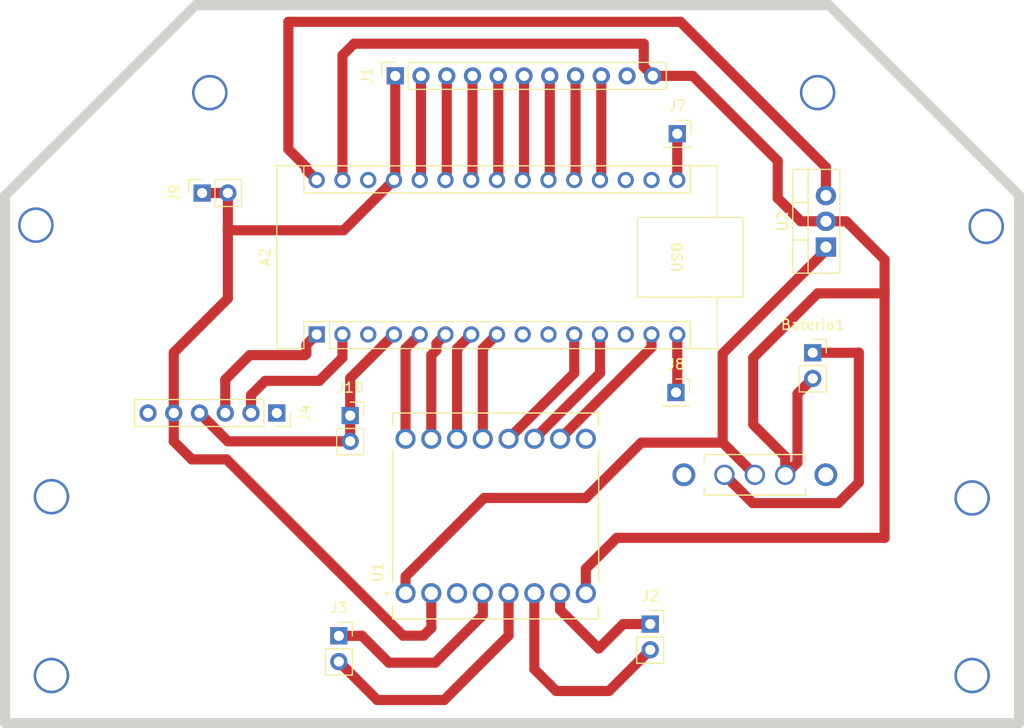
<source format=kicad_pcb>
(kicad_pcb (version 20240108) (generator "pcbnew") (generator_version "8.0")
  (layers (0 "F.Cu" signal) (31 "B.Cu" signal) (34 "B.Paste" user) (35 "F.Paste" user) (36 "B.SilkS" user "B.Silkscreen") (37 "F.SilkS" user "F.Silkscreen") (38 "B.Mask" user) (39 "F.Mask" user) (44 "Edge.Cuts" user))
  (net 0 "")
  (net 3 "Net-(A2-D12)")
  (net 4 "Net-(A2-A1)")
  (net 5 "Net-(A2-A4)")
  (net 7 "Bateria Arduino")
  (net 8 "Net-(A2-A0)")
  (net 9 "Net-(A2-A7)")
  (net 10 "Net-(A2-A6)")
  (net 11 "Net-(A2-A3)")
  (net 12 "Net-(A2-A5)")
  (net 14 "Net-(A2-D13)")
  (net 16 "Net-(A2-D9)")
  (net 18 "Net-(A2-A2)")
  (net 20 "Alimentação sensores")
  (net 21 "Net-(Bateria1-+)")
  (net 22 "Net-(A2-D8)")
  (net 25 "Net-(A2-D3)")
  (net 26 "Net-(A2-D4)")
  (net 27 "Net-(A2-D5)")
  (net 28 "Net-(A2-D2)")
  (net 29 "Net-(A2-D11)")
  (net 30 "GND")
  (net 31 "Net-(J3--)")
  (net 32 "Net-(J2-+)")
  (net 33 "Net-(J2--)")
  (net 34 "Net-(J3-+)")
  (net 35 "Net-(A2-D1{slash}TX)")
  (net 36 "Net-(A2-D0{slash}RX)")
  (net 40 "Net-(U1-VM)")
  (footprint "ROB_14450:MODULE_ROB-14450" (layer "F.Cu") (at 159.766 134.62 90)
    (property "Reference" "U1" (at -5.5332 -11.6132 270) (layer "F.SilkS"))
    (property "Value" "ROB-14450")
    (fp_line (start 8.89 -10.16) (end 10.16 -10.16) (stroke (width 0.127)) (layer "F.SilkS"))
    (fp_line (start -6.5 -10.16) (end 6.5 -10.16) (stroke (width 0.127)) (layer "F.SilkS"))
    (fp_line (start -8.89 -10.16) (end -10.16 -10.16) (stroke (width 0.127)) (layer "F.SilkS"))
    (fp_line (start -10.16 -10.16) (end -10.16 10.16) (stroke (width 0.127)) (layer "F.SilkS"))
    (fp_line (start 10.16 10.16) (end 10.16 -10.16) (stroke (width 0.127)) (layer "F.SilkS"))
    (fp_line (start 8.89 10.16) (end 10.16 10.16) (stroke (width 0.127)) (layer "F.SilkS"))
    (fp_line (start -6.5 10.16) (end 6.5 10.16) (stroke (width 0.127)) (layer "F.SilkS"))
    (fp_line (start -8.89 10.16) (end -10.16 10.16) (stroke (width 0.127)) (layer "F.SilkS"))
    (fp_circle (center -7.62 -10.7282) (end -7.52 -10.7282) (stroke (width 0.2)) (fill none) (layer "F.SilkS"))
    (pad "1" thru_hole circle (at -7.62 -8.89 90) (size 1.98 1.98) (drill 1.32) (layers "*.Cu" "*.Mask") (net 40 "Net-(U1-VM)"))
    (pad "2" thru_hole circle (at -7.62 -6.35 90) (size 1.98 1.98) (drill 1.32) (layers "*.Cu" "*.Mask") (net 20 "Alimentação sensores"))
    (pad "3" thru_hole circle (at -7.62 -3.81 90) (size 1.98 1.98) (drill 1.32) (layers "*.Cu" "*.Mask"))
    (pad "4" thru_hole circle (at -7.62 -1.27 90) (size 1.98 1.98) (drill 1.32) (layers "*.Cu" "*.Mask") (net 34 "Net-(J3-+)"))
    (pad "5" thru_hole circle (at -7.62 1.27 90) (size 1.98 1.98) (drill 1.32) (layers "*.Cu" "*.Mask") (net 31 "Net-(J3--)"))
    (pad "6" thru_hole circle (at -7.62 3.81 90) (size 1.98 1.98) (drill 1.32) (layers "*.Cu" "*.Mask") (net 33 "Net-(J2--)"))
    (pad "7" thru_hole circle (at -7.62 6.35 90) (size 1.98 1.98) (drill 1.32) (layers "*.Cu" "*.Mask") (net 32 "Net-(J2-+)"))
    (pad "8" thru_hole circle (at -7.62 8.89 90) (size 1.98 1.98) (drill 1.32) (layers "*.Cu" "*.Mask") (net 30 "GND"))
    (pad "9" thru_hole circle (at 7.62 8.89 90) (size 1.98 1.98) (drill 1.32) (layers "*.Cu" "*.Mask"))
    (pad "10" thru_hole circle (at 7.62 6.35 90) (size 1.98 1.98) (drill 1.32) (layers "*.Cu" "*.Mask") (net 29 "Net-(A2-D11)"))
    (pad "11" thru_hole circle (at 7.62 3.81 90) (size 1.98 1.98) (drill 1.32) (layers "*.Cu" "*.Mask") (net 16 "Net-(A2-D9)"))
    (pad "12" thru_hole circle (at 7.62 1.27 90) (size 1.98 1.98) (drill 1.32) (layers "*.Cu" "*.Mask") (net 22 "Net-(A2-D8)"))
    (pad "13" thru_hole circle (at 7.62 -1.27 90) (size 1.98 1.98) (drill 1.32) (layers "*.Cu" "*.Mask") (net 27 "Net-(A2-D5)"))
    (pad "14" thru_hole circle (at 7.62 -3.81 90) (size 1.98 1.98) (drill 1.32) (layers "*.Cu" "*.Mask") (net 26 "Net-(A2-D4)"))
    (pad "15" thru_hole circle (at 7.62 -6.35 90) (size 1.98 1.98) (drill 1.32) (layers "*.Cu" "*.Mask") (net 25 "Net-(A2-D3)"))
    (pad "16" thru_hole circle (at 7.62 -8.89 90) (size 1.98 1.98) (drill 1.32) (layers "*.Cu" "*.Mask") (net 28 "Net-(A2-D2)"))
  )
  (footprint "Connector_PinSocket_2.54mm:PinSocket_1x01_P2.54mm_Vertical" (layer "F.Cu") (at 177.673 96.901)
    (property "Reference" "J7" (at 0 -2.77 360) (layer "F.SilkS"))
    (property "Value" "Conector sensor lateral Esquerda")
    (fp_line (start -1.33 1.21) (end -1.33 1.33) (stroke (width 0.12)) (layer "F.SilkS"))
    (fp_line (start -1.33 1.33) (end 1.33 1.33) (stroke (width 0.12)) (layer "F.SilkS"))
    (fp_line (start 0 -1.33) (end 1.33 -1.33) (stroke (width 0.12)) (layer "F.SilkS"))
    (fp_line (start 1.33 -1.33) (end 1.33 0) (stroke (width 0.12)) (layer "F.SilkS"))
    (fp_line (start 1.33 1.21) (end 1.33 1.33) (stroke (width 0.12)) (layer "F.SilkS"))
    (pad "1" thru_hole rect (at 0 0) (size 1.7 1.7) (drill 1) (layers "*.Cu" "*.Mask") (net 14 "Net-(A2-D13)"))
  )
  (footprint "Connector_PinSocket_2.54mm:PinSocket_1x01_P2.54mm_Vertical" (layer "F.Cu") (at 177.546 122.428)
    (property "Reference" "J8" (at 0 -2.77 360) (layer "F.SilkS"))
    (property "Value" "Conector sensor lateral Direita")
    (fp_line (start -1.33 1.21) (end -1.33 1.33) (stroke (width 0.12)) (layer "F.SilkS"))
    (fp_line (start -1.33 1.33) (end 1.33 1.33) (stroke (width 0.12)) (layer "F.SilkS"))
    (fp_line (start 0 -1.33) (end 1.33 -1.33) (stroke (width 0.12)) (layer "F.SilkS"))
    (fp_line (start 1.33 -1.33) (end 1.33 0) (stroke (width 0.12)) (layer "F.SilkS"))
    (fp_line (start 1.33 1.21) (end 1.33 1.33) (stroke (width 0.12)) (layer "F.SilkS"))
    (pad "1" thru_hole rect (at 0 0) (size 1.7 1.7) (drill 1) (layers "*.Cu" "*.Mask") (net 3 "Net-(A2-D12)"))
  )
  (footprint "Module:Arduino_Nano" (layer "F.Cu") (at 142.113 116.703 90)
    (property "Reference" "A2" (at 7.62 -5.08 270) (layer "F.SilkS"))
    (property "Value" "Arduino_Nano_v2.x")
    (fp_line (start 16.64 -3.94) (end -1.4 -3.94) (stroke (width 0.12)) (layer "F.SilkS"))
    (fp_line (start -1.4 -3.94) (end -1.4 -1.27) (stroke (width 0.12)) (layer "F.SilkS"))
    (fp_line (start 13.97 -1.27) (end 16.64 -1.27) (stroke (width 0.12)) (layer "F.SilkS"))
    (fp_line (start 13.97 -1.27) (end 13.97 36.83) (stroke (width 0.12)) (layer "F.SilkS"))
    (fp_line (start 1.27 -1.27) (end -1.4 -1.27) (stroke (width 0.12)) (layer "F.SilkS"))
    (fp_line (start 1.27 1.27) (end 1.27 -1.27) (stroke (width 0.12)) (layer "F.SilkS"))
    (fp_line (start 1.27 1.27) (end -1.4 1.27) (stroke (width 0.12)) (layer "F.SilkS"))
    (fp_line (start 1.27 1.27) (end 1.27 36.83) (stroke (width 0.12)) (layer "F.SilkS"))
    (fp_line (start -1.4 1.27) (end -1.4 39.5) (stroke (width 0.12)) (layer "F.SilkS"))
    (fp_line (start 11.56 31.62) (end 11.56 42.04) (stroke (width 0.12)) (layer "F.SilkS"))
    (fp_line (start 3.68 31.62) (end 11.56 31.62) (stroke (width 0.12)) (layer "F.SilkS"))
    (fp_line (start 13.97 36.83) (end 16.64 36.83) (stroke (width 0.12)) (layer "F.SilkS"))
    (fp_line (start 1.27 36.83) (end -1.4 36.83) (stroke (width 0.12)) (layer "F.SilkS"))
    (fp_line (start 16.64 39.5) (end 16.64 -3.94) (stroke (width 0.12)) (layer "F.SilkS"))
    (fp_line (start 16.64 39.5) (end 11.56 39.5) (stroke (width 0.12)) (layer "F.SilkS"))
    (fp_line (start -1.4 39.5) (end 3.68 39.5) (stroke (width 0.12)) (layer "F.SilkS"))
    (fp_line (start 11.56 42.04) (end 3.68 42.04) (stroke (width 0.12)) (layer "F.SilkS"))
    (fp_line (start 3.68 42.04) (end 3.68 31.62) (stroke (width 0.12)) (layer "F.SilkS"))
    (fp_text user "USB" (at 7.62 35.56 90) (layer "F.SilkS"))
    (pad "1" thru_hole rect (at 0 0 90) (size 1.6 1.6) (drill 1) (layers "*.Cu" "*.Mask") (net 35 "Net-(A2-D1{slash}TX)"))
    (pad "2" thru_hole oval (at 0 2.54 90) (size 1.6 1.6) (drill 1) (layers "*.Cu" "*.Mask") (net 36 "Net-(A2-D0{slash}RX)"))
    (pad "3" thru_hole oval (at 0 5.08 90) (size 1.6 1.6) (drill 1) (layers "*.Cu" "*.Mask"))
    (pad "4" thru_hole oval (at 0 7.62 90) (size 1.6 1.6) (drill 1) (layers "*.Cu" "*.Mask") (net 30 "GND"))
    (pad "5" thru_hole oval (at 0 10.16 90) (size 1.6 1.6) (drill 1) (layers "*.Cu" "*.Mask") (net 28 "Net-(A2-D2)"))
    (pad "6" thru_hole oval (at 0 12.7 90) (size 1.6 1.6) (drill 1) (layers "*.Cu" "*.Mask") (net 25 "Net-(A2-D3)"))
    (pad "7" thru_hole oval (at 0 15.24 90) (size 1.6 1.6) (drill 1) (layers "*.Cu" "*.Mask") (net 26 "Net-(A2-D4)"))
    (pad "8" thru_hole oval (at 0 17.78 90) (size 1.6 1.6) (drill 1) (layers "*.Cu" "*.Mask") (net 27 "Net-(A2-D5)"))
    (pad "9" thru_hole oval (at 0 20.32 90) (size 1.6 1.6) (drill 1) (layers "*.Cu" "*.Mask"))
    (pad "10" thru_hole oval (at 0 22.86 90) (size 1.6 1.6) (drill 1) (layers "*.Cu" "*.Mask"))
    (pad "11" thru_hole oval (at 0 25.4 90) (size 1.6 1.6) (drill 1) (layers "*.Cu" "*.Mask") (net 22 "Net-(A2-D8)"))
    (pad "12" thru_hole oval (at 0 27.94 90) (size 1.6 1.6) (drill 1) (layers "*.Cu" "*.Mask") (net 16 "Net-(A2-D9)"))
    (pad "13" thru_hole oval (at 0 30.48 90) (size 1.6 1.6) (drill 1) (layers "*.Cu" "*.Mask"))
    (pad "14" thru_hole oval (at 0 33.02 90) (size 1.6 1.6) (drill 1) (layers "*.Cu" "*.Mask") (net 29 "Net-(A2-D11)"))
    (pad "15" thru_hole oval (at 0 35.56 90) (size 1.6 1.6) (drill 1) (layers "*.Cu" "*.Mask") (net 3 "Net-(A2-D12)"))
    (pad "16" thru_hole oval (at 15.24 35.56 90) (size 1.6 1.6) (drill 1) (layers "*.Cu" "*.Mask") (net 14 "Net-(A2-D13)"))
    (pad "17" thru_hole oval (at 15.24 33.02 90) (size 1.6 1.6) (drill 1) (layers "*.Cu" "*.Mask"))
    (pad "18" thru_hole oval (at 15.24 30.48 90) (size 1.6 1.6) (drill 1) (layers "*.Cu" "*.Mask"))
    (pad "19" thru_hole oval (at 15.24 27.94 90) (size 1.6 1.6) (drill 1) (layers "*.Cu" "*.Mask") (net 8 "Net-(A2-A0)"))
    (pad "20" thru_hole oval (at 15.24 25.4 90) (size 1.6 1.6) (drill 1) (layers "*.Cu" "*.Mask") (net 4 "Net-(A2-A1)"))
    (pad "21" thru_hole oval (at 15.24 22.86 90) (size 1.6 1.6) (drill 1) (layers "*.Cu" "*.Mask") (net 18 "Net-(A2-A2)"))
    (pad "22" thru_hole oval (at 15.24 20.32 90) (size 1.6 1.6) (drill 1) (layers "*.Cu" "*.Mask") (net 11 "Net-(A2-A3)"))
    (pad "23" thru_hole oval (at 15.24 17.78 90) (size 1.6 1.6) (drill 1) (layers "*.Cu" "*.Mask") (net 5 "Net-(A2-A4)"))
    (pad "24" thru_hole oval (at 15.24 15.24 90) (size 1.6 1.6) (drill 1) (layers "*.Cu" "*.Mask") (net 12 "Net-(A2-A5)"))
    (pad "25" thru_hole oval (at 15.24 12.7 90) (size 1.6 1.6) (drill 1) (layers "*.Cu" "*.Mask") (net 10 "Net-(A2-A6)"))
    (pad "26" thru_hole oval (at 15.24 10.16 90) (size 1.6 1.6) (drill 1) (layers "*.Cu" "*.Mask") (net 9 "Net-(A2-A7)"))
    (pad "27" thru_hole oval (at 15.24 7.62 90) (size 1.6 1.6) (drill 1) (layers "*.Cu" "*.Mask") (net 20 "Alimentação sensores"))
    (pad "28" thru_hole oval (at 15.24 5.08 90) (size 1.6 1.6) (drill 1) (layers "*.Cu" "*.Mask"))
    (pad "29" thru_hole oval (at 15.24 2.54 90) (size 1.6 1.6) (drill 1) (layers "*.Cu" "*.Mask") (net 30 "GND"))
    (pad "30" thru_hole oval (at 15.24 0 90) (size 1.6 1.6) (drill 1) (layers "*.Cu" "*.Mask") (net 7 "Bateria Arduino"))
  )
  (footprint "Connector_PinSocket_2.54mm:PinSocket_1x02_P2.54mm_Vertical" (layer "F.Cu") (at 130.81 102.743 90)
    (property "Reference" "J9" (at 0 -2.77 270) (layer "F.SilkS"))
    (property "Value" "VCC pinos")
    (fp_line (start 1.33 -1.33) (end 1.33 0) (stroke (width 0.12)) (layer "F.SilkS"))
    (fp_line (start 0 -1.33) (end 1.33 -1.33) (stroke (width 0.12)) (layer "F.SilkS"))
    (fp_line (start 1.33 1.27) (end 1.33 3.87) (stroke (width 0.12)) (layer "F.SilkS"))
    (fp_line (start -1.33 1.27) (end 1.33 1.27) (stroke (width 0.12)) (layer "F.SilkS"))
    (fp_line (start -1.33 1.27) (end -1.33 3.87) (stroke (width 0.12)) (layer "F.SilkS"))
    (fp_line (start -1.33 3.87) (end 1.33 3.87) (stroke (width 0.12)) (layer "F.SilkS"))
    (pad "1" thru_hole rect (at 0 0 90) (size 1.7 1.7) (drill 1) (layers "*.Cu" "*.Mask") (net 20 "Alimentação sensores"))
    (pad "2" thru_hole oval (at 0 2.54 90) (size 1.7 1.7) (drill 1) (layers "*.Cu" "*.Mask") (net 20 "Alimentação sensores"))
  )
  (footprint "Connector_PinSocket_2.54mm:PinSocket_1x02_P2.54mm_Vertical" (layer "F.Cu") (at 191.033 118.511)
    (property "Reference" "Bateria1" (at 0 -2.77 360) (layer "F.SilkS"))
    (property "Value" "Entrada bateria")
    (fp_line (start -1.33 1.27) (end -1.33 3.87) (stroke (width 0.12)) (layer "F.SilkS"))
    (fp_line (start -1.33 1.27) (end 1.33 1.27) (stroke (width 0.12)) (layer "F.SilkS"))
    (fp_line (start -1.33 3.87) (end 1.33 3.87) (stroke (width 0.12)) (layer "F.SilkS"))
    (fp_line (start 0 -1.33) (end 1.33 -1.33) (stroke (width 0.12)) (layer "F.SilkS"))
    (fp_line (start 1.33 -1.33) (end 1.33 0) (stroke (width 0.12)) (layer "F.SilkS"))
    (fp_line (start 1.33 1.27) (end 1.33 3.87) (stroke (width 0.12)) (layer "F.SilkS"))
    (pad "1" thru_hole rect (at 0 0) (size 1.7 1.7) (drill 1) (layers "*.Cu" "*.Mask") (net 21 "Net-(Bateria1-+)"))
    (pad "2" thru_hole oval (at 0 2.54) (size 1.7 1.7) (drill 1) (layers "*.Cu" "*.Mask") (net 30 "GND"))
  )
  (footprint "Connector_PinSocket_2.54mm:PinSocket_1x11_P2.54mm_Vertical" (layer "F.Cu") (at 149.86 91.186 90)
    (property "Reference" "J1" (at 0 -2.77 270) (layer "F.SilkS"))
    (property "Value" "Conn_01x11_Pin")
    (fp_line (start 1.33 -1.33) (end 1.33 0) (stroke (width 0.12)) (layer "F.SilkS"))
    (fp_line (start 0 -1.33) (end 1.33 -1.33) (stroke (width 0.12)) (layer "F.SilkS"))
    (fp_line (start 1.33 1.27) (end 1.33 26.73) (stroke (width 0.12)) (layer "F.SilkS"))
    (fp_line (start -1.33 1.27) (end 1.33 1.27) (stroke (width 0.12)) (layer "F.SilkS"))
    (fp_line (start -1.33 1.27) (end -1.33 26.73) (stroke (width 0.12)) (layer "F.SilkS"))
    (fp_line (start -1.33 26.73) (end 1.33 26.73) (stroke (width 0.12)) (layer "F.SilkS"))
    (pad "1" thru_hole rect (at 0 0 90) (size 1.7 1.7) (drill 1) (layers "*.Cu" "*.Mask") (net 20 "Alimentação sensores"))
    (pad "2" thru_hole oval (at 0 2.54 90) (size 1.7 1.7) (drill 1) (layers "*.Cu" "*.Mask") (net 9 "Net-(A2-A7)"))
    (pad "3" thru_hole oval (at 0 5.08 90) (size 1.7 1.7) (drill 1) (layers "*.Cu" "*.Mask") (net 10 "Net-(A2-A6)"))
    (pad "4" thru_hole oval (at 0 7.62 90) (size 1.7 1.7) (drill 1) (layers "*.Cu" "*.Mask") (net 12 "Net-(A2-A5)"))
    (pad "5" thru_hole oval (at 0 10.16 90) (size 1.7 1.7) (drill 1) (layers "*.Cu" "*.Mask") (net 5 "Net-(A2-A4)"))
    (pad "6" thru_hole oval (at 0 12.7 90) (size 1.7 1.7) (drill 1) (layers "*.Cu" "*.Mask") (net 11 "Net-(A2-A3)"))
    (pad "7" thru_hole oval (at 0 15.24 90) (size 1.7 1.7) (drill 1) (layers "*.Cu" "*.Mask") (net 18 "Net-(A2-A2)"))
    (pad "8" thru_hole oval (at 0 17.78 90) (size 1.7 1.7) (drill 1) (layers "*.Cu" "*.Mask") (net 4 "Net-(A2-A1)"))
    (pad "9" thru_hole oval (at 0 20.32 90) (size 1.7 1.7) (drill 1) (layers "*.Cu" "*.Mask") (net 8 "Net-(A2-A0)"))
    (pad "10" thru_hole oval (at 0 22.86 90) (size 1.7 1.7) (drill 1) (layers "*.Cu" "*.Mask"))
    (pad "11" thru_hole oval (at 0 25.4 90) (size 1.7 1.7) (drill 1) (layers "*.Cu" "*.Mask") (net 30 "GND"))
  )
  (footprint "Connector_PinSocket_2.54mm:PinSocket_1x02_P2.54mm_Vertical" (layer "F.Cu") (at 175.006 145.288)
    (property "Reference" "J2" (at 0 -2.77 360) (layer "F.SilkS"))
    (property "Value" "Motor 1")
    (fp_line (start -1.33 1.27) (end -1.33 3.87) (stroke (width 0.12)) (layer "F.SilkS"))
    (fp_line (start -1.33 1.27) (end 1.33 1.27) (stroke (width 0.12)) (layer "F.SilkS"))
    (fp_line (start -1.33 3.87) (end 1.33 3.87) (stroke (width 0.12)) (layer "F.SilkS"))
    (fp_line (start 0 -1.33) (end 1.33 -1.33) (stroke (width 0.12)) (layer "F.SilkS"))
    (fp_line (start 1.33 -1.33) (end 1.33 0) (stroke (width 0.12)) (layer "F.SilkS"))
    (fp_line (start 1.33 1.27) (end 1.33 3.87) (stroke (width 0.12)) (layer "F.SilkS"))
    (pad "1" thru_hole rect (at 0 0) (size 1.7 1.7) (drill 1) (layers "*.Cu" "*.Mask") (net 32 "Net-(J2-+)"))
    (pad "2" thru_hole oval (at 0 2.54) (size 1.7 1.7) (drill 1) (layers "*.Cu" "*.Mask") (net 33 "Net-(J2--)"))
  )
  (footprint "Package_TO_SOT_THT:TO-220-3_Vertical" (layer "F.Cu") (at 192.334 108.077 90)
    (property "Reference" "U2" (at 2.54 -4.27 270) (layer "F.SilkS"))
    (property "Value" "LM7805_TO220")
    (fp_line (start 7.66 -3.27) (end 7.66 1.371) (stroke (width 0.12)) (layer "F.SilkS"))
    (fp_line (start 4.391 -3.27) (end 4.391 -1.76) (stroke (width 0.12)) (layer "F.SilkS"))
    (fp_line (start 0.69 -3.27) (end 0.69 -1.76) (stroke (width 0.12)) (layer "F.SilkS"))
    (fp_line (start -2.58 -3.27) (end 7.66 -3.27) (stroke (width 0.12)) (layer "F.SilkS"))
    (fp_line (start -2.58 -3.27) (end -2.58 1.371) (stroke (width 0.12)) (layer "F.SilkS"))
    (fp_line (start -2.58 -1.76) (end 7.66 -1.76) (stroke (width 0.12)) (layer "F.SilkS"))
    (fp_line (start -2.58 1.371) (end 7.66 1.371) (stroke (width 0.12)) (layer "F.SilkS"))
    (pad "1" thru_hole rect (at 0 0 90) (size 1.905 2) (drill 1.1) (layers "*.Cu" "*.Mask") (net 40 "Net-(U1-VM)"))
    (pad "2" thru_hole oval (at 2.54 0 90) (size 1.905 2) (drill 1.1) (layers "*.Cu" "*.Mask") (net 30 "GND"))
    (pad "3" thru_hole oval (at 5.08 0 90) (size 1.905 2) (drill 1.1) (layers "*.Cu" "*.Mask") (net 7 "Bateria Arduino"))
  )
  (footprint "Connector_PinSocket_2.54mm:PinSocket_1x06_P2.54mm_Vertical" (layer "F.Cu") (at 138.176 124.46 -90)
    (property "Reference" "J4" (at 0 -2.77 90) (layer "F.SilkS"))
    (property "Value" "Modulo bluetooth")
    (fp_line (start -1.33 14.03) (end 1.33 14.03) (stroke (width 0.12)) (layer "F.SilkS"))
    (fp_line (start -1.33 1.27) (end -1.33 14.03) (stroke (width 0.12)) (layer "F.SilkS"))
    (fp_line (start -1.33 1.27) (end 1.33 1.27) (stroke (width 0.12)) (layer "F.SilkS"))
    (fp_line (start 1.33 1.27) (end 1.33 14.03) (stroke (width 0.12)) (layer "F.SilkS"))
    (fp_line (start 0 -1.33) (end 1.33 -1.33) (stroke (width 0.12)) (layer "F.SilkS"))
    (fp_line (start 1.33 -1.33) (end 1.33 0) (stroke (width 0.12)) (layer "F.SilkS"))
    (pad "1" thru_hole rect (at 0 0 270) (size 1.7 1.7) (drill 1) (layers "*.Cu" "*.Mask"))
    (pad "2" thru_hole oval (at 0 2.54 270) (size 1.7 1.7) (drill 1) (layers "*.Cu" "*.Mask") (net 36 "Net-(A2-D0{slash}RX)"))
    (pad "3" thru_hole oval (at 0 5.08 270) (size 1.7 1.7) (drill 1) (layers "*.Cu" "*.Mask") (net 35 "Net-(A2-D1{slash}TX)"))
    (pad "4" thru_hole oval (at 0 7.62 270) (size 1.7 1.7) (drill 1) (layers "*.Cu" "*.Mask") (net 30 "GND"))
    (pad "5" thru_hole oval (at 0 10.16 270) (size 1.7 1.7) (drill 1) (layers "*.Cu" "*.Mask") (net 20 "Alimentação sensores"))
    (pad "6" thru_hole oval (at 0 12.7 270) (size 1.7 1.7) (drill 1) (layers "*.Cu" "*.Mask"))
  )
  (footprint "Connector_PinSocket_2.54mm:PinSocket_1x02_P2.54mm_Vertical" (layer "F.Cu") (at 144.297 146.451)
    (property "Reference" "J3" (at 0 -2.77 360) (layer "F.SilkS"))
    (property "Value" "Motor 1")
    (fp_line (start -1.33 1.27) (end -1.33 3.87) (stroke (width 0.12)) (layer "F.SilkS"))
    (fp_line (start -1.33 1.27) (end 1.33 1.27) (stroke (width 0.12)) (layer "F.SilkS"))
    (fp_line (start -1.33 3.87) (end 1.33 3.87) (stroke (width 0.12)) (layer "F.SilkS"))
    (fp_line (start 0 -1.33) (end 1.33 -1.33) (stroke (width 0.12)) (layer "F.SilkS"))
    (fp_line (start 1.33 -1.33) (end 1.33 0) (stroke (width 0.12)) (layer "F.SilkS"))
    (fp_line (start 1.33 1.27) (end 1.33 3.87) (stroke (width 0.12)) (layer "F.SilkS"))
    (pad "1" thru_hole rect (at 0 0) (size 1.7 1.7) (drill 1) (layers "*.Cu" "*.Mask") (net 34 "Net-(J3-+)"))
    (pad "2" thru_hole oval (at 0 2.54) (size 1.7 1.7) (drill 1) (layers "*.Cu" "*.Mask") (net 31 "Net-(J3--)"))
  )
  (footprint "EG1213:SW_EG1213" (layer "F.Cu") (at 185.325 130.556)
    (property "Reference" "S1" (at 0 0 360) (layer "F.SilkS") (effects (font (size 0.787402 0.787402))))
    (property "Value" "EG1213" (hide yes))
    (fp_line (start -5 -2) (end -5 -1.3) (stroke (width 0.127)) (layer "F.SilkS"))
    (fp_line (start -5 -2) (end 5 -2) (stroke (width 0.127)) (layer "F.SilkS"))
    (fp_line (start -5 1.3) (end -5 2) (stroke (width 0.127)) (layer "F.SilkS"))
    (fp_line (start -2 2) (end -5 2) (stroke (width 0.127)) (layer "F.SilkS"))
    (fp_line (start 0 2) (end -2 2) (stroke (width 0.127)) (layer "F.SilkS"))
    (fp_line (start 2 2) (end 0 2) (stroke (width 0.127)) (layer "F.SilkS"))
    (fp_line (start 5 -2) (end 5 -1.3) (stroke (width 0.127)) (layer "F.SilkS"))
    (fp_line (start 5 1.3) (end 5 2) (stroke (width 0.127)) (layer "F.SilkS"))
    (fp_line (start 5 2) (end 2 2) (stroke (width 0.127)) (layer "F.SilkS"))
    (pad "1" thru_hole circle (at -3 0) (size 2 2) (drill 1.5) (layers "*.Cu" "*.Mask") (net 21 "Net-(Bateria1-+)"))
    (pad "2" thru_hole circle (at 0 0) (size 2 2) (drill 1.5) (layers "*.Cu" "*.Mask") (net 40 "Net-(U1-VM)"))
    (pad "3" thru_hole circle (at 3 0) (size 2 2) (drill 1.5) (layers "*.Cu" "*.Mask") (net 30 "GND"))
    (pad "P$4" thru_hole circle (at -7 0) (size 2.25 2.25) (drill 1.5) (layers "*.Cu" "*.Mask"))
    (pad "P$5" thru_hole circle (at 7 0) (size 2.25 2.25) (drill 1.5) (layers "*.Cu" "*.Mask"))
  )
  (footprint "Connector_PinSocket_2.54mm:PinSocket_1x02_P2.54mm_Vertical" (layer "F.Cu") (at 145.415 124.714)
    (property "Reference" "J10" (at 0 -2.77 360) (layer "F.SilkS"))
    (property "Value" "GND pinos")
    (fp_line (start -1.33 1.27) (end -1.33 3.87) (stroke (width 0.12)) (layer "F.SilkS"))
    (fp_line (start -1.33 1.27) (end 1.33 1.27) (stroke (width 0.12)) (layer "F.SilkS"))
    (fp_line (start -1.33 3.87) (end 1.33 3.87) (stroke (width 0.12)) (layer "F.SilkS"))
    (fp_line (start 0 -1.33) (end 1.33 -1.33) (stroke (width 0.12)) (layer "F.SilkS"))
    (fp_line (start 1.33 -1.33) (end 1.33 0) (stroke (width 0.12)) (layer "F.SilkS"))
    (fp_line (start 1.33 1.27) (end 1.33 3.87) (stroke (width 0.12)) (layer "F.SilkS"))
    (pad "1" thru_hole rect (at 0 0) (size 1.7 1.7) (drill 1) (layers "*.Cu" "*.Mask") (net 30 "GND"))
    (pad "2" thru_hole oval (at 0 2.54) (size 1.7 1.7) (drill 1) (layers "*.Cu" "*.Mask") (net 30 "GND"))
  )
  (gr_line (start 211.379 155.067) (end 211.379 102.955) (stroke (width 1)) (layer "Edge.Cuts"))
  (gr_line (start 192.659 84.201) (end 130.177566 84.201) (stroke (width 1)) (layer "Edge.Cuts"))
  (gr_line (start 130.177566 84.201) (end 111.415565 102.963001) (stroke (width 1)) (layer "Edge.Cuts"))
  (gr_line (start 211.379 102.955) (end 192.620846 84.196846) (stroke (width 1)) (layer "Edge.Cuts"))
  (gr_line (start 192.659 84.201) (end 130.177566 84.201) (stroke (width 0.05)) (layer "Edge.Cuts"))
  (gr_line (start 111.415565 102.963001) (end 111.415565 155.067) (stroke (width 0.05)) (layer "Edge.Cuts"))
  (gr_line (start 111.379 155.067) (end 211.379 155.067) (stroke (width 1)) (layer "Edge.Cuts"))
  (gr_line (start 111.379 102.955) (end 111.379 155.067) (stroke (width 1)) (layer "Edge.Cuts"))
  (via (at 114.418624 105.918) (size 3.5) (drill 3) (layers "F.Cu" "B.Cu") (net 0))
  (via (at 206.756 150.368) (size 3.5) (drill 3) (layers "F.Cu" "B.Cu") (net 0))
  (via (at 191.516 92.837) (size 3.5) (drill 3) (layers "F.Cu" "B.Cu") (net 0))
  (via (at 131.572 92.837) (size 3.5) (drill 3) (layers "F.Cu" "B.Cu") (net 0))
  (via (at 206.756 132.842) (size 3.5) (drill 3) (layers "F.Cu" "B.Cu") (net 0))
  (via (at 208.144624 106.045) (size 3.5) (drill 3) (layers "F.Cu" "B.Cu") (net 0))
  (via (at 115.951 132.715) (size 3.5) (drill 3) (layers "F.Cu" "B.Cu") (net 0))
  (via (at 115.951 150.368) (size 3.5) (drill 3) (layers "F.Cu" "B.Cu") (net 0))
  (segment (start 177.673 116.703) (end 177.673 122.301) (width 1) (layer "F.Cu") (net 3))
  (segment (start 177.673 122.301) (end 177.546 122.428) (width 1) (layer "F.Cu") (net 3))
  (segment (start 167.64 101.336) (end 167.513 101.463) (width 1) (layer "F.Cu") (net 4))
  (segment (start 167.64 91.186) (end 167.64 101.336) (width 1) (layer "F.Cu") (net 4))
  (segment (start 160.02 91.186) (end 160.02 101.336) (width 1) (layer "F.Cu") (net 5))
  (segment (start 160.02 101.336) (end 159.893 101.463) (width 1) (layer "F.Cu") (net 5))
  (segment (start 141.097 100.203) (end 139.319 98.425) (width 1) (layer "F.Cu") (net 7))
  (segment (start 139.319 85.852) (end 177.983 85.852) (width 1) (layer "F.Cu") (net 7))
  (segment (start 142.113 101.463) (end 141.097 100.447) (width 1) (layer "F.Cu") (net 7))
  (segment (start 139.319 98.425) (end 139.319 85.852) (width 1) (layer "F.Cu") (net 7))
  (segment (start 141.097 100.447) (end 141.097 100.203) (width 1) (layer "F.Cu") (net 7))
  (segment (start 177.983 85.852) (end 192.334 100.203) (width 1) (layer "F.Cu") (net 7))
  (segment (start 192.334 100.203) (end 192.334 102.997) (width 1) (layer "F.Cu") (net 7))
  (segment (start 170.18 91.186) (end 170.18 101.336) (width 1) (layer "F.Cu") (net 8))
  (segment (start 170.18 101.336) (end 170.053 101.463) (width 1) (layer "F.Cu") (net 8))
  (segment (start 152.4 91.186) (end 152.4 101.336) (width 1) (layer "F.Cu") (net 9))
  (segment (start 152.4 101.336) (end 152.273 101.463) (width 1) (layer "F.Cu") (net 9))
  (segment (start 154.94 91.186) (end 154.94 101.336) (width 1) (layer "F.Cu") (net 10))
  (segment (start 154.94 101.336) (end 154.813 101.463) (width 1) (layer "F.Cu") (net 10))
  (segment (start 162.56 101.336) (end 162.433 101.463) (width 1) (layer "F.Cu") (net 11))
  (segment (start 162.56 91.186) (end 162.56 101.336) (width 1) (layer "F.Cu") (net 11))
  (segment (start 157.48 101.336) (end 157.353 101.463) (width 1) (layer "F.Cu") (net 12))
  (segment (start 157.48 91.186) (end 157.48 101.336) (width 1) (layer "F.Cu") (net 12))
  (segment (start 177.673 101.463) (end 177.673 96.901) (width 1) (layer "F.Cu") (net 14))
  (segment (start 163.576 127) (end 170.053 120.523) (width 1) (layer "F.Cu") (net 16))
  (segment (start 170.053 120.523) (end 170.053 116.703) (width 1) (layer "F.Cu") (net 16))
  (segment (start 165.1 101.336) (end 164.973 101.463) (width 1) (layer "F.Cu") (net 18))
  (segment (start 165.1 91.186) (end 165.1 101.336) (width 1) (layer "F.Cu") (net 18))
  (segment (start 153.416 142.24) (end 153.416 145.669) (width 1) (layer "F.Cu") (net 20))
  (segment (start 149.733 101.463) (end 144.77 106.426) (width 1) (layer "F.Cu") (net 20))
  (segment (start 128.016 118.491) (end 128.016 124.46) (width 1) (layer "F.Cu") (net 20))
  (segment (start 149.86 101.336) (end 149.733 101.463) (width 1) (layer "F.Cu") (net 20))
  (segment (start 150.622 146.431) (end 133.223 129.032) (width 1) (layer "F.Cu") (net 20))
  (segment (start 153.416 145.669) (end 152.654 146.431) (width 1) (layer "F.Cu") (net 20))
  (segment (start 149.86 91.186) (end 149.86 101.336) (width 1) (layer "F.Cu") (net 20))
  (segment (start 133.35 102.743) (end 130.81 102.743) (width 1) (layer "F.Cu") (net 20))
  (segment (start 133.35 113.157) (end 128.016 118.491) (width 1) (layer "F.Cu") (net 20))
  (segment (start 152.654 146.431) (end 150.622 146.431) (width 1) (layer "F.Cu") (net 20))
  (segment (start 144.77 106.426) (end 133.35 106.426) (width 1) (layer "F.Cu") (net 20))
  (segment (start 133.35 106.426) (end 133.35 113.157) (width 1) (layer "F.Cu") (net 20))
  (segment (start 128.016 127.254) (end 128.016 124.46) (width 1) (layer "F.Cu") (net 20))
  (segment (start 129.794 129.032) (end 128.016 127.254) (width 1) (layer "F.Cu") (net 20))
  (segment (start 133.35 106.426) (end 133.35 102.743) (width 1) (layer "F.Cu") (net 20))
  (segment (start 133.223 129.032) (end 129.794 129.032) (width 1) (layer "F.Cu") (net 20))
  (segment (start 193.548 133.35) (end 185.119 133.35) (width 1) (layer "F.Cu") (net 21))
  (segment (start 191.033 118.511) (end 195.56 118.511) (width 1) (layer "F.Cu") (net 21))
  (segment (start 195.58 131.318) (end 193.548 133.35) (width 1) (layer "F.Cu") (net 21))
  (segment (start 195.58 118.491) (end 195.58 131.318) (width 1) (layer "F.Cu") (net 21))
  (segment (start 195.56 118.511) (end 195.58 118.491) (width 1) (layer "F.Cu") (net 21))
  (segment (start 185.119 133.35) (end 182.325 130.556) (width 1) (layer "F.Cu") (net 21))
  (segment (start 167.513 120.523) (end 167.513 116.703) (width 1) (layer "F.Cu") (net 22))
  (segment (start 161.036 127) (end 167.513 120.523) (width 1) (layer "F.Cu") (net 22))
  (segment (start 153.416 118.745) (end 153.924 118.237) (width 1) (layer "F.Cu") (net 25))
  (segment (start 153.416 127) (end 153.416 118.745) (width 1) (layer "F.Cu") (net 25))
  (segment (start 153.924 118.237) (end 153.924 117.592) (width 1) (layer "F.Cu") (net 25))
  (segment (start 153.924 117.592) (end 154.813 116.703) (width 1) (layer "F.Cu") (net 25))
  (segment (start 155.956 118.1) (end 157.353 116.703) (width 1) (layer "F.Cu") (net 26))
  (segment (start 155.956 127) (end 155.956 118.1) (width 1) (layer "F.Cu") (net 26))
  (segment (start 158.496 127) (end 158.496 118.1) (width 1) (layer "F.Cu") (net 27))
  (segment (start 158.496 118.1) (end 159.893 116.703) (width 1) (layer "F.Cu") (net 27))
  (segment (start 150.876 118.1) (end 152.273 116.703) (width 1) (layer "F.Cu") (net 28))
  (segment (start 150.876 127) (end 150.876 118.1) (width 1) (layer "F.Cu") (net 28))
  (segment (start 166.116 127) (end 175.133 117.983) (width 1) (layer "F.Cu") (net 29))
  (segment (start 175.133 117.983) (end 175.133 116.703) (width 1) (layer "F.Cu") (net 29))
  (segment (start 189.529 129.352) (end 188.325 130.556) (width 1) (layer "F.Cu") (net 30))
  (segment (start 189.529 122.555) (end 189.529 129.352) (width 1) (layer "F.Cu") (net 30))
  (segment (start 192.334 105.537) (end 189.865 105.537) (width 1) (layer "F.Cu") (net 30))
  (segment (start 175.26 91.186) (end 174.371 90.297) (width 1) (layer "F.Cu") (net 30))
  (segment (start 189.865 105.537) (end 187.579 103.251) (width 1) (layer "F.Cu") (net 30))
  (segment (start 168.656 139.827) (end 171.704 136.779) (width 1) (layer "F.Cu") (net 30))
  (segment (start 145.415 127.254) (end 133.35 127.254) (width 1) (layer "F.Cu") (net 30))
  (segment (start 179.197 91.186) (end 175.26 91.186) (width 1) (layer "F.Cu") (net 30))
  (segment (start 145.415 121.021) (end 149.733 116.703) (width 1) (layer "F.Cu") (net 30))
  (segment (start 194.334 105.537) (end 192.334 105.537) (width 1) (layer "F.Cu") (net 30))
  (segment (start 145.415 124.714) (end 145.415 121.021) (width 1) (layer "F.Cu") (net 30))
  (segment (start 168.656 142.24) (end 168.656 139.827) (width 1) (layer "F.Cu") (net 30))
  (segment (start 189.529 122.555) (end 191.033 121.051) (width 1) (layer "F.Cu") (net 30))
  (segment (start 187.579 103.251) (end 187.579 99.568) (width 1) (layer "F.Cu") (net 30))
  (segment (start 174.371 90.297) (end 174.371 88.011) (width 1) (layer "F.Cu") (net 30))
  (segment (start 187.579 99.568) (end 179.197 91.186) (width 1) (layer "F.Cu") (net 30))
  (segment (start 198.12 112.649) (end 191.516 112.649) (width 1) (layer "F.Cu") (net 30))
  (segment (start 145.796 88.011) (end 144.653 89.154) (width 1) (layer "F.Cu") (net 30))
  (segment (start 171.704 136.779) (end 198.12 136.779) (width 1) (layer "F.Cu") (net 30))
  (segment (start 198.12 109.323) (end 194.334 105.537) (width 1) (layer "F.Cu") (net 30))
  (segment (start 133.35 127.254) (end 130.556 124.46) (width 1) (layer "F.Cu") (net 30))
  (segment (start 145.415 124.714) (end 145.415 127.254) (width 1) (layer "F.Cu") (net 30))
  (segment (start 144.653 89.154) (end 144.653 101.463) (width 1) (layer "F.Cu") (net 30))
  (segment (start 174.371 88.011) (end 145.796 88.011) (width 1) (layer "F.Cu") (net 30))
  (segment (start 191.516 112.649) (end 185.166 118.999) (width 1) (layer "F.Cu") (net 30))
  (segment (start 188.325 128.762) (end 188.325 130.556) (width 1) (layer "F.Cu") (net 30))
  (segment (start 185.166 118.999) (end 185.166 125.603) (width 1) (layer "F.Cu") (net 30))
  (segment (start 185.166 125.603) (end 188.325 128.762) (width 1) (layer "F.Cu") (net 30))
  (segment (start 198.12 136.779) (end 198.12 112.649) (width 1) (layer "F.Cu") (net 30))
  (segment (start 198.12 112.649) (end 198.12 109.323) (width 1) (layer "F.Cu") (net 30))
  (segment (start 148.087 152.781) (end 144.297 148.991) (width 1) (layer "F.Cu") (net 31))
  (segment (start 161.036 146.431) (end 154.686 152.781) (width 1) (layer "F.Cu") (net 31))
  (segment (start 154.686 152.781) (end 148.087 152.781) (width 1) (layer "F.Cu") (net 31))
  (segment (start 161.036 142.24) (end 161.036 146.431) (width 1) (layer "F.Cu") (net 31))
  (segment (start 166.116 142.24) (end 166.116 143.891) (width 1) (layer "F.Cu") (net 32))
  (segment (start 169.926 147.701) (end 172.339 145.288) (width 1) (layer "F.Cu") (net 32))
  (segment (start 172.339 145.288) (end 175.006 145.288) (width 1) (layer "F.Cu") (net 32))
  (segment (start 166.116 143.891) (end 169.926 147.701) (width 1) (layer "F.Cu") (net 32))
  (segment (start 170.942 151.892) (end 175.006 147.828) (width 1) (layer "F.Cu") (net 33))
  (segment (start 163.576 149.733) (end 165.735 151.892) (width 1) (layer "F.Cu") (net 33))
  (segment (start 163.576 142.24) (end 163.576 149.733) (width 1) (layer "F.Cu") (net 33))
  (segment (start 165.735 151.892) (end 170.942 151.892) (width 1) (layer "F.Cu") (net 33))
  (segment (start 146.558 146.431) (end 146.538 146.451) (width 1) (layer "F.Cu") (net 34))
  (segment (start 146.538 146.451) (end 144.297 146.451) (width 1) (layer "F.Cu") (net 34))
  (segment (start 149.225 149.098) (end 146.558 146.431) (width 1) (layer "F.Cu") (net 34))
  (segment (start 158.496 142.24) (end 158.496 144.399) (width 1) (layer "F.Cu") (net 34))
  (segment (start 153.797 149.098) (end 149.225 149.098) (width 1) (layer "F.Cu") (net 34))
  (segment (start 158.496 144.399) (end 153.797 149.098) (width 1) (layer "F.Cu") (net 34))
  (segment (start 135.509 118.745) (end 133.096 121.158) (width 1) (layer "F.Cu") (net 35))
  (segment (start 140.97 118.745) (end 141.097 118.618) (width 1) (layer "F.Cu") (net 35))
  (segment (start 141.097 117.719) (end 142.113 116.703) (width 1) (layer "F.Cu") (net 35))
  (segment (start 140.97 118.745) (end 135.509 118.745) (width 1) (layer "F.Cu") (net 35))
  (segment (start 141.097 118.618) (end 141.097 117.719) (width 1) (layer "F.Cu") (net 35))
  (segment (start 133.096 121.158) (end 133.096 124.46) (width 1) (layer "F.Cu") (net 35))
  (segment (start 135.636 124.46) (end 135.636 122.682) (width 1) (layer "F.Cu") (net 36))
  (segment (start 142.367 121.285) (end 144.653 118.999) (width 1) (layer "F.Cu") (net 36))
  (segment (start 135.636 122.682) (end 137.033 121.285) (width 1) (layer "F.Cu") (net 36))
  (segment (start 137.033 121.285) (end 142.367 121.285) (width 1) (layer "F.Cu") (net 36))
  (segment (start 144.653 118.999) (end 144.653 116.703) (width 1) (layer "F.Cu") (net 36))
  (segment (start 182.15 118.586) (end 182.15 127.381) (width 1) (layer "F.Cu") (net 40))
  (segment (start 182.15 127.381) (end 185.325 130.556) (width 1) (layer "F.Cu") (net 40))
  (segment (start 192.334 108.077) (end 192.334 108.402) (width 1) (layer "F.Cu") (net 40))
  (segment (start 192.334 108.402) (end 182.15 118.586) (width 1) (layer "F.Cu") (net 40))
  (segment (start 150.876 142.24) (end 150.876 140.589) (width 1) (layer "F.Cu") (net 40))
  (segment (start 174.117 127.381) (end 182.15 127.381) (width 1) (layer "F.Cu") (net 40))
  (segment (start 158.623 132.842) (end 168.656 132.842) (width 1) (layer "F.Cu") (net 40))
  (segment (start 150.876 140.589) (end 158.623 132.842) (width 1) (layer "F.Cu") (net 40))
  (segment (start 168.656 132.842) (end 174.117 127.381) (width 1) (layer "F.Cu") (net 40))
)
</source>
